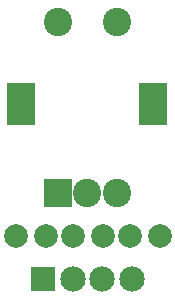
<source format=gbr>
G04 #@! TF.FileFunction,Soldermask,Bot*
%FSLAX46Y46*%
G04 Gerber Fmt 4.6, Leading zero omitted, Abs format (unit mm)*
G04 Created by KiCad (PCBNEW 4.0.6) date Tue Nov  6 18:34:32 2018*
%MOMM*%
%LPD*%
G01*
G04 APERTURE LIST*
%ADD10C,0.100000*%
%ADD11C,2.400000*%
%ADD12R,2.400000X3.600000*%
%ADD13R,2.400000X2.400000*%
%ADD14C,2.000000*%
%ADD15R,2.150000X2.150000*%
%ADD16C,2.150000*%
G04 APERTURE END LIST*
D10*
D11*
X158924000Y-96675800D03*
X153924000Y-96675800D03*
D12*
X162024000Y-103675800D03*
X150824000Y-103675800D03*
D11*
X158924000Y-111175800D03*
X156424000Y-111175800D03*
D13*
X153924000Y-111175800D03*
D14*
X162560000Y-114808000D03*
X160060000Y-114808000D03*
X157734000Y-114808000D03*
X155234000Y-114808000D03*
X152908000Y-114808000D03*
X150408000Y-114808000D03*
D15*
X152704800Y-118491000D03*
D16*
X155204800Y-118491000D03*
X157704800Y-118491000D03*
X160204800Y-118491000D03*
M02*

</source>
